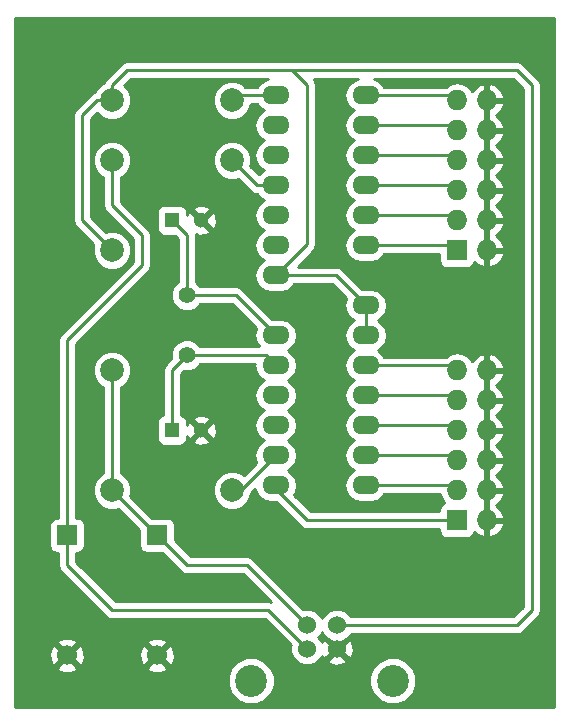
<source format=gbl>
G04 #@! TF.FileFunction,Copper,L2,Bot,Signal*
%FSLAX46Y46*%
G04 Gerber Fmt 4.6, Leading zero omitted, Abs format (unit mm)*
G04 Created by KiCad (PCBNEW (2015-09-02 BZR 6149)-product) date Saturday, 26 September 2015 14:16:23*
%MOMM*%
G01*
G04 APERTURE LIST*
%ADD10C,0.100000*%
%ADD11R,1.300000X1.300000*%
%ADD12C,1.300000*%
%ADD13C,1.699260*%
%ADD14R,1.699260X1.699260*%
%ADD15O,2.300000X1.600000*%
%ADD16R,1.727200X1.727200*%
%ADD17O,1.727200X1.727200*%
%ADD18C,1.998980*%
%ADD19C,1.422400*%
%ADD20C,1.524000*%
%ADD21C,2.700020*%
%ADD22C,0.250000*%
%ADD23C,0.254000*%
G04 APERTURE END LIST*
D10*
D11*
X139700000Y-133350000D03*
D12*
X142200000Y-133350000D03*
D11*
X139700000Y-115570000D03*
D12*
X142200000Y-115570000D03*
D13*
X130812540Y-152400520D03*
D14*
X130812540Y-142240520D03*
D13*
X138432540Y-152400520D03*
D14*
X138432540Y-142240520D03*
D15*
X148501100Y-105003600D03*
X148501100Y-107543600D03*
X148501100Y-110083600D03*
X148501100Y-112623600D03*
X148501100Y-115163600D03*
X148501100Y-117703600D03*
X148501100Y-120243600D03*
X148501100Y-122783600D03*
X148501100Y-125323600D03*
X148501100Y-127863600D03*
X148501100Y-130403600D03*
X148501100Y-132943600D03*
X148501100Y-135483600D03*
X148501100Y-138023600D03*
X156121100Y-138023600D03*
X156121100Y-135483600D03*
X156121100Y-132943600D03*
X156121100Y-130403600D03*
X156121100Y-127863600D03*
X156121100Y-125323600D03*
X156121100Y-122783600D03*
X156121100Y-120243600D03*
X156121100Y-117703600D03*
X156121100Y-115163600D03*
X156121100Y-112623600D03*
X156121100Y-110083600D03*
X156121100Y-107543600D03*
X156121100Y-105003600D03*
D16*
X163830000Y-140970000D03*
D17*
X166370000Y-140970000D03*
X163830000Y-138430000D03*
X166370000Y-138430000D03*
X163830000Y-135890000D03*
X166370000Y-135890000D03*
X163830000Y-133350000D03*
X166370000Y-133350000D03*
X163830000Y-130810000D03*
X166370000Y-130810000D03*
X163830000Y-128270000D03*
X166370000Y-128270000D03*
D16*
X163830000Y-118110000D03*
D17*
X166370000Y-118110000D03*
X163830000Y-115570000D03*
X166370000Y-115570000D03*
X163830000Y-113030000D03*
X166370000Y-113030000D03*
X163830000Y-110490000D03*
X166370000Y-110490000D03*
X163830000Y-107950000D03*
X166370000Y-107950000D03*
X163830000Y-105410000D03*
X166370000Y-105410000D03*
D18*
X134620000Y-138430000D03*
X144780000Y-138430000D03*
X134620000Y-110490000D03*
X144780000Y-110490000D03*
X134620000Y-118110000D03*
X134620000Y-128270000D03*
X144780000Y-105410000D03*
X134620000Y-105410000D03*
D19*
X140970000Y-127000000D03*
X140970000Y-121920000D03*
D20*
X151130000Y-149860000D03*
X153670000Y-149860000D03*
X153670000Y-151858980D03*
X151130000Y-151858980D03*
D21*
X146400520Y-154559000D03*
X158399480Y-154559000D03*
D22*
X139700000Y-133350000D02*
X139700000Y-128270000D01*
X139700000Y-128270000D02*
X140970000Y-127000000D01*
X140970000Y-127000000D02*
X147637500Y-127000000D01*
X147637500Y-127000000D02*
X148501100Y-127863600D01*
X142200000Y-115570000D02*
X142200000Y-115530000D01*
X140970000Y-121920000D02*
X140970000Y-116840000D01*
X140970000Y-116840000D02*
X139700000Y-115570000D01*
X140970000Y-121920000D02*
X145097500Y-121920000D01*
X145097500Y-121920000D02*
X148501100Y-125323600D01*
X130812540Y-142240520D02*
X130812540Y-144782540D01*
X147861020Y-148590000D02*
X151130000Y-151858980D01*
X134620000Y-148590000D02*
X147861020Y-148590000D01*
X130812540Y-144782540D02*
X134620000Y-148590000D01*
X130812540Y-142240520D02*
X130812540Y-125727460D01*
X134620000Y-114300000D02*
X137160000Y-116840000D01*
X137160000Y-116840000D02*
X137160000Y-119380000D01*
X137160000Y-119380000D02*
X130812540Y-125727460D01*
X134620000Y-114300000D02*
X134620000Y-110490000D01*
X151130000Y-149860000D02*
X146050000Y-144780000D01*
X140970000Y-144780000D02*
X138432540Y-142242540D01*
X146050000Y-144780000D02*
X140970000Y-144780000D01*
X138432540Y-142242540D02*
X138432540Y-142240520D01*
X134620000Y-138430000D02*
X134622020Y-138430000D01*
X134622020Y-138430000D02*
X138432540Y-142240520D01*
X134620000Y-138430000D02*
X134620000Y-128270000D01*
X148501100Y-105003600D02*
X145186400Y-105003600D01*
X145186400Y-105003600D02*
X144780000Y-105410000D01*
X148501100Y-112623600D02*
X146913600Y-112623600D01*
X146913600Y-112623600D02*
X144780000Y-110490000D01*
X149860000Y-102870000D02*
X168910000Y-102870000D01*
X168910000Y-149860000D02*
X153670000Y-149860000D01*
X170180000Y-148590000D02*
X168910000Y-149860000D01*
X170180000Y-104140000D02*
X170180000Y-148590000D01*
X168910000Y-102870000D02*
X170180000Y-104140000D01*
X148501100Y-120243600D02*
X153581100Y-120243600D01*
X153581100Y-120243600D02*
X156121100Y-122783600D01*
X156121100Y-122783600D02*
X156121100Y-125323600D01*
X134620000Y-105410000D02*
X134620000Y-104140000D01*
X151130000Y-117614700D02*
X148501100Y-120243600D01*
X151130000Y-104140000D02*
X151130000Y-117614700D01*
X149860000Y-102870000D02*
X151130000Y-104140000D01*
X135890000Y-102870000D02*
X149860000Y-102870000D01*
X134620000Y-104140000D02*
X135890000Y-102870000D01*
X134620000Y-105410000D02*
X133350000Y-105410000D01*
X132080000Y-115570000D02*
X134620000Y-118110000D01*
X132080000Y-106680000D02*
X132080000Y-115570000D01*
X133350000Y-105410000D02*
X132080000Y-106680000D01*
X144780000Y-138430000D02*
X145554700Y-138430000D01*
X145554700Y-138430000D02*
X148501100Y-135483600D01*
X148094700Y-135890000D02*
X148501100Y-135483600D01*
X148501100Y-138023600D02*
X148501100Y-138341100D01*
X148501100Y-138341100D02*
X151130000Y-140970000D01*
X151130000Y-140970000D02*
X163830000Y-140970000D01*
X156121100Y-138023600D02*
X163423600Y-138023600D01*
X163423600Y-138023600D02*
X163830000Y-138430000D01*
X156121100Y-135483600D02*
X163423600Y-135483600D01*
X163423600Y-135483600D02*
X163830000Y-135890000D01*
X156121100Y-132943600D02*
X163423600Y-132943600D01*
X163423600Y-132943600D02*
X163830000Y-133350000D01*
X156121100Y-130403600D02*
X163423600Y-130403600D01*
X163423600Y-130403600D02*
X163830000Y-130810000D01*
X156121100Y-127863600D02*
X163423600Y-127863600D01*
X163423600Y-127863600D02*
X163830000Y-128270000D01*
X156121100Y-117703600D02*
X163423600Y-117703600D01*
X163423600Y-117703600D02*
X163830000Y-118110000D01*
X156121100Y-115163600D02*
X163423600Y-115163600D01*
X163423600Y-115163600D02*
X163830000Y-115570000D01*
X156121100Y-112623600D02*
X163423600Y-112623600D01*
X163423600Y-112623600D02*
X163830000Y-113030000D01*
X156121100Y-110083600D02*
X163423600Y-110083600D01*
X163423600Y-110083600D02*
X163830000Y-110490000D01*
X156121100Y-107543600D02*
X163423600Y-107543600D01*
X163423600Y-107543600D02*
X163830000Y-107950000D01*
X156121100Y-105003600D02*
X163423600Y-105003600D01*
X163423600Y-105003600D02*
X163830000Y-105410000D01*
D23*
G36*
X172035000Y-156795000D02*
X126415000Y-156795000D01*
X126415000Y-154952111D01*
X144415166Y-154952111D01*
X144716729Y-155681949D01*
X145274634Y-156240829D01*
X146003945Y-156543665D01*
X146793631Y-156544354D01*
X147523469Y-156242791D01*
X148082349Y-155684886D01*
X148385185Y-154955575D01*
X148385188Y-154952111D01*
X156414126Y-154952111D01*
X156715689Y-155681949D01*
X157273594Y-156240829D01*
X158002905Y-156543665D01*
X158792591Y-156544354D01*
X159522429Y-156242791D01*
X160081309Y-155684886D01*
X160384145Y-154955575D01*
X160384834Y-154165889D01*
X160083271Y-153436051D01*
X159525366Y-152877171D01*
X158796055Y-152574335D01*
X158006369Y-152573646D01*
X157276531Y-152875209D01*
X156717651Y-153433114D01*
X156414815Y-154162425D01*
X156414126Y-154952111D01*
X148385188Y-154952111D01*
X148385874Y-154165889D01*
X148084311Y-153436051D01*
X147526406Y-152877171D01*
X146797095Y-152574335D01*
X146007409Y-152573646D01*
X145277571Y-152875209D01*
X144718691Y-153433114D01*
X144415855Y-154162425D01*
X144415166Y-154952111D01*
X126415000Y-154952111D01*
X126415000Y-153444210D01*
X129948455Y-153444210D01*
X130028682Y-153695473D01*
X130583907Y-153896870D01*
X131173939Y-153870461D01*
X131596398Y-153695473D01*
X131676625Y-153444210D01*
X137568455Y-153444210D01*
X137648682Y-153695473D01*
X138203907Y-153896870D01*
X138793939Y-153870461D01*
X139216398Y-153695473D01*
X139296625Y-153444210D01*
X138432540Y-152580125D01*
X137568455Y-153444210D01*
X131676625Y-153444210D01*
X130812540Y-152580125D01*
X129948455Y-153444210D01*
X126415000Y-153444210D01*
X126415000Y-152171887D01*
X129316190Y-152171887D01*
X129342599Y-152761919D01*
X129517587Y-153184378D01*
X129768850Y-153264605D01*
X130632935Y-152400520D01*
X130992145Y-152400520D01*
X131856230Y-153264605D01*
X132107493Y-153184378D01*
X132308890Y-152629153D01*
X132288424Y-152171887D01*
X136936190Y-152171887D01*
X136962599Y-152761919D01*
X137137587Y-153184378D01*
X137388850Y-153264605D01*
X138252935Y-152400520D01*
X138612145Y-152400520D01*
X139476230Y-153264605D01*
X139727493Y-153184378D01*
X139928890Y-152629153D01*
X139902481Y-152039121D01*
X139727493Y-151616662D01*
X139476230Y-151536435D01*
X138612145Y-152400520D01*
X138252935Y-152400520D01*
X137388850Y-151536435D01*
X137137587Y-151616662D01*
X136936190Y-152171887D01*
X132288424Y-152171887D01*
X132282481Y-152039121D01*
X132107493Y-151616662D01*
X131856230Y-151536435D01*
X130992145Y-152400520D01*
X130632935Y-152400520D01*
X129768850Y-151536435D01*
X129517587Y-151616662D01*
X129316190Y-152171887D01*
X126415000Y-152171887D01*
X126415000Y-151356830D01*
X129948455Y-151356830D01*
X130812540Y-152220915D01*
X131676625Y-151356830D01*
X137568455Y-151356830D01*
X138432540Y-152220915D01*
X139296625Y-151356830D01*
X139216398Y-151105567D01*
X138661173Y-150904170D01*
X138071141Y-150930579D01*
X137648682Y-151105567D01*
X137568455Y-151356830D01*
X131676625Y-151356830D01*
X131596398Y-151105567D01*
X131041173Y-150904170D01*
X130451141Y-150930579D01*
X130028682Y-151105567D01*
X129948455Y-151356830D01*
X126415000Y-151356830D01*
X126415000Y-141390890D01*
X129315470Y-141390890D01*
X129315470Y-143090150D01*
X129359748Y-143325467D01*
X129498820Y-143541591D01*
X129711020Y-143686581D01*
X129962910Y-143737590D01*
X130052540Y-143737590D01*
X130052540Y-144782540D01*
X130110392Y-145073379D01*
X130275139Y-145319941D01*
X134082599Y-149127401D01*
X134329161Y-149292148D01*
X134620000Y-149350000D01*
X147546218Y-149350000D01*
X149745817Y-151549599D01*
X149733243Y-151579880D01*
X149732758Y-152135641D01*
X149944990Y-152649283D01*
X150337630Y-153042609D01*
X150850900Y-153255737D01*
X151406661Y-153256222D01*
X151920303Y-153043990D01*
X152125457Y-152839193D01*
X152869392Y-152839193D01*
X152938857Y-153081377D01*
X153462302Y-153268124D01*
X154017368Y-153240342D01*
X154401143Y-153081377D01*
X154470608Y-152839193D01*
X153670000Y-152038585D01*
X152869392Y-152839193D01*
X152125457Y-152839193D01*
X152313629Y-152651350D01*
X152393395Y-152459253D01*
X152447603Y-152590123D01*
X152689787Y-152659588D01*
X153490395Y-151858980D01*
X153849605Y-151858980D01*
X154650213Y-152659588D01*
X154892397Y-152590123D01*
X155079144Y-152066678D01*
X155051362Y-151511612D01*
X154892397Y-151127837D01*
X154650213Y-151058372D01*
X153849605Y-151858980D01*
X153490395Y-151858980D01*
X152689787Y-151058372D01*
X152447603Y-151127837D01*
X152397491Y-151268298D01*
X152315010Y-151068677D01*
X152106168Y-150859470D01*
X152313629Y-150652370D01*
X152399949Y-150444488D01*
X152484990Y-150650303D01*
X152877630Y-151043629D01*
X153145471Y-151154846D01*
X153670000Y-151679375D01*
X154194564Y-151154811D01*
X154460303Y-151045010D01*
X154853629Y-150652370D01*
X154867070Y-150620000D01*
X168910000Y-150620000D01*
X169200839Y-150562148D01*
X169447401Y-150397401D01*
X170717401Y-149127401D01*
X170882148Y-148880840D01*
X170940000Y-148590000D01*
X170940000Y-104140000D01*
X170911379Y-103996115D01*
X170882148Y-103849160D01*
X170717401Y-103602599D01*
X169447401Y-102332599D01*
X169200839Y-102167852D01*
X168910000Y-102110000D01*
X135890000Y-102110000D01*
X135599160Y-102167852D01*
X135352599Y-102332599D01*
X134082599Y-103602599D01*
X133917852Y-103849161D01*
X133899985Y-103938982D01*
X133695345Y-104023538D01*
X133235154Y-104482927D01*
X133149193Y-104689943D01*
X133059160Y-104707852D01*
X132812599Y-104872599D01*
X131542599Y-106142599D01*
X131377852Y-106389161D01*
X131320000Y-106680000D01*
X131320000Y-115570000D01*
X131377852Y-115860839D01*
X131542599Y-116107401D01*
X133054115Y-117618917D01*
X132985794Y-117783453D01*
X132985226Y-118433694D01*
X133233538Y-119034655D01*
X133692927Y-119494846D01*
X134293453Y-119744206D01*
X134943694Y-119744774D01*
X135544655Y-119496462D01*
X136004846Y-119037073D01*
X136254206Y-118436547D01*
X136254774Y-117786306D01*
X136006462Y-117185345D01*
X135547073Y-116725154D01*
X134946547Y-116475794D01*
X134296306Y-116475226D01*
X134129111Y-116544309D01*
X132840000Y-115255198D01*
X132840000Y-106994802D01*
X133366726Y-106468076D01*
X133692927Y-106794846D01*
X134293453Y-107044206D01*
X134943694Y-107044774D01*
X135544655Y-106796462D01*
X136004846Y-106337073D01*
X136254206Y-105736547D01*
X136254774Y-105086306D01*
X136006462Y-104485345D01*
X135678246Y-104156556D01*
X136204802Y-103630000D01*
X147807452Y-103630000D01*
X147566979Y-103677833D01*
X147101432Y-103988902D01*
X146931248Y-104243600D01*
X145925138Y-104243600D01*
X145707073Y-104025154D01*
X145106547Y-103775794D01*
X144456306Y-103775226D01*
X143855345Y-104023538D01*
X143395154Y-104482927D01*
X143145794Y-105083453D01*
X143145226Y-105733694D01*
X143393538Y-106334655D01*
X143852927Y-106794846D01*
X144453453Y-107044206D01*
X145103694Y-107044774D01*
X145704655Y-106796462D01*
X146164846Y-106337073D01*
X146402973Y-105763600D01*
X146931248Y-105763600D01*
X147101432Y-106018298D01*
X147483518Y-106273600D01*
X147101432Y-106528902D01*
X146790363Y-106994449D01*
X146681130Y-107543600D01*
X146790363Y-108092751D01*
X147101432Y-108558298D01*
X147483518Y-108813600D01*
X147101432Y-109068902D01*
X146790363Y-109534449D01*
X146681130Y-110083600D01*
X146790363Y-110632751D01*
X147101432Y-111098298D01*
X147483518Y-111353600D01*
X147101432Y-111608902D01*
X147050271Y-111685469D01*
X146345885Y-110981083D01*
X146414206Y-110816547D01*
X146414774Y-110166306D01*
X146166462Y-109565345D01*
X145707073Y-109105154D01*
X145106547Y-108855794D01*
X144456306Y-108855226D01*
X143855345Y-109103538D01*
X143395154Y-109562927D01*
X143145794Y-110163453D01*
X143145226Y-110813694D01*
X143393538Y-111414655D01*
X143852927Y-111874846D01*
X144453453Y-112124206D01*
X145103694Y-112124774D01*
X145270889Y-112055691D01*
X146376199Y-113161001D01*
X146622761Y-113325748D01*
X146913600Y-113383600D01*
X146931248Y-113383600D01*
X147101432Y-113638298D01*
X147483518Y-113893600D01*
X147101432Y-114148902D01*
X146790363Y-114614449D01*
X146681130Y-115163600D01*
X146790363Y-115712751D01*
X147101432Y-116178298D01*
X147483518Y-116433600D01*
X147101432Y-116688902D01*
X146790363Y-117154449D01*
X146681130Y-117703600D01*
X146790363Y-118252751D01*
X147101432Y-118718298D01*
X147483518Y-118973600D01*
X147101432Y-119228902D01*
X146790363Y-119694449D01*
X146681130Y-120243600D01*
X146790363Y-120792751D01*
X147101432Y-121258298D01*
X147566979Y-121569367D01*
X148116130Y-121678600D01*
X148886070Y-121678600D01*
X149435221Y-121569367D01*
X149900768Y-121258298D01*
X150070952Y-121003600D01*
X153266298Y-121003600D01*
X154445124Y-122182426D01*
X154410363Y-122234449D01*
X154301130Y-122783600D01*
X154410363Y-123332751D01*
X154721432Y-123798298D01*
X155103518Y-124053600D01*
X154721432Y-124308902D01*
X154410363Y-124774449D01*
X154301130Y-125323600D01*
X154410363Y-125872751D01*
X154721432Y-126338298D01*
X155103518Y-126593600D01*
X154721432Y-126848902D01*
X154410363Y-127314449D01*
X154301130Y-127863600D01*
X154410363Y-128412751D01*
X154721432Y-128878298D01*
X155103518Y-129133600D01*
X154721432Y-129388902D01*
X154410363Y-129854449D01*
X154301130Y-130403600D01*
X154410363Y-130952751D01*
X154721432Y-131418298D01*
X155103518Y-131673600D01*
X154721432Y-131928902D01*
X154410363Y-132394449D01*
X154301130Y-132943600D01*
X154410363Y-133492751D01*
X154721432Y-133958298D01*
X155103518Y-134213600D01*
X154721432Y-134468902D01*
X154410363Y-134934449D01*
X154301130Y-135483600D01*
X154410363Y-136032751D01*
X154721432Y-136498298D01*
X155103518Y-136753600D01*
X154721432Y-137008902D01*
X154410363Y-137474449D01*
X154301130Y-138023600D01*
X154410363Y-138572751D01*
X154721432Y-139038298D01*
X155186979Y-139349367D01*
X155736130Y-139458600D01*
X156506070Y-139458600D01*
X157055221Y-139349367D01*
X157520768Y-139038298D01*
X157690952Y-138783600D01*
X162395896Y-138783600D01*
X162445474Y-139032848D01*
X162756574Y-139498442D01*
X162731083Y-139503238D01*
X162514959Y-139642310D01*
X162369969Y-139854510D01*
X162318960Y-140106400D01*
X162318960Y-140210000D01*
X151444802Y-140210000D01*
X150049903Y-138815101D01*
X150211837Y-138572751D01*
X150321070Y-138023600D01*
X150211837Y-137474449D01*
X149900768Y-137008902D01*
X149518682Y-136753600D01*
X149900768Y-136498298D01*
X150211837Y-136032751D01*
X150321070Y-135483600D01*
X150211837Y-134934449D01*
X149900768Y-134468902D01*
X149518682Y-134213600D01*
X149900768Y-133958298D01*
X150211837Y-133492751D01*
X150321070Y-132943600D01*
X150211837Y-132394449D01*
X149900768Y-131928902D01*
X149518682Y-131673600D01*
X149900768Y-131418298D01*
X150211837Y-130952751D01*
X150321070Y-130403600D01*
X150211837Y-129854449D01*
X149900768Y-129388902D01*
X149518682Y-129133600D01*
X149900768Y-128878298D01*
X150211837Y-128412751D01*
X150321070Y-127863600D01*
X150211837Y-127314449D01*
X149900768Y-126848902D01*
X149518682Y-126593600D01*
X149900768Y-126338298D01*
X150211837Y-125872751D01*
X150321070Y-125323600D01*
X150211837Y-124774449D01*
X149900768Y-124308902D01*
X149435221Y-123997833D01*
X148886070Y-123888600D01*
X148140902Y-123888600D01*
X145634901Y-121382599D01*
X145388339Y-121217852D01*
X145097500Y-121160000D01*
X142112566Y-121160000D01*
X142111919Y-121158435D01*
X141733557Y-120779412D01*
X141730000Y-120777935D01*
X141730000Y-116840000D01*
X141714405Y-116761599D01*
X142019078Y-116867622D01*
X142529428Y-116838083D01*
X142863729Y-116699611D01*
X142919410Y-116469016D01*
X142200000Y-115749605D01*
X142185858Y-115763748D01*
X142006252Y-115584142D01*
X142020395Y-115570000D01*
X142379605Y-115570000D01*
X143099016Y-116289410D01*
X143329611Y-116233729D01*
X143497622Y-115750922D01*
X143468083Y-115240572D01*
X143329611Y-114906271D01*
X143099016Y-114850590D01*
X142379605Y-115570000D01*
X142020395Y-115570000D01*
X141300984Y-114850590D01*
X141070389Y-114906271D01*
X140997440Y-115115902D01*
X140997440Y-114920000D01*
X140953162Y-114684683D01*
X140944347Y-114670984D01*
X141480590Y-114670984D01*
X142200000Y-115390395D01*
X142919410Y-114670984D01*
X142863729Y-114440389D01*
X142380922Y-114272378D01*
X141870572Y-114301917D01*
X141536271Y-114440389D01*
X141480590Y-114670984D01*
X140944347Y-114670984D01*
X140814090Y-114468559D01*
X140601890Y-114323569D01*
X140350000Y-114272560D01*
X139050000Y-114272560D01*
X138814683Y-114316838D01*
X138598559Y-114455910D01*
X138453569Y-114668110D01*
X138402560Y-114920000D01*
X138402560Y-116220000D01*
X138446838Y-116455317D01*
X138585910Y-116671441D01*
X138798110Y-116816431D01*
X139050000Y-116867440D01*
X139922638Y-116867440D01*
X140210000Y-117154802D01*
X140210000Y-120777434D01*
X140208435Y-120778081D01*
X139829412Y-121156443D01*
X139624034Y-121651049D01*
X139623566Y-122186601D01*
X139828081Y-122681565D01*
X140206443Y-123060588D01*
X140701049Y-123265966D01*
X141236601Y-123266434D01*
X141731565Y-123061919D01*
X142110588Y-122683557D01*
X142112065Y-122680000D01*
X144782698Y-122680000D01*
X146825124Y-124722426D01*
X146790363Y-124774449D01*
X146681130Y-125323600D01*
X146790363Y-125872751D01*
X147035751Y-126240000D01*
X142112566Y-126240000D01*
X142111919Y-126238435D01*
X141733557Y-125859412D01*
X141238951Y-125654034D01*
X140703399Y-125653566D01*
X140208435Y-125858081D01*
X139829412Y-126236443D01*
X139624034Y-126731049D01*
X139623566Y-127266601D01*
X139625037Y-127270161D01*
X139162599Y-127732599D01*
X138997852Y-127979161D01*
X138940000Y-128270000D01*
X138940000Y-132073258D01*
X138814683Y-132096838D01*
X138598559Y-132235910D01*
X138453569Y-132448110D01*
X138402560Y-132700000D01*
X138402560Y-134000000D01*
X138446838Y-134235317D01*
X138585910Y-134451441D01*
X138798110Y-134596431D01*
X139050000Y-134647440D01*
X140350000Y-134647440D01*
X140585317Y-134603162D01*
X140801441Y-134464090D01*
X140946431Y-134251890D01*
X140947012Y-134249016D01*
X141480590Y-134249016D01*
X141536271Y-134479611D01*
X142019078Y-134647622D01*
X142529428Y-134618083D01*
X142863729Y-134479611D01*
X142919410Y-134249016D01*
X142200000Y-133529605D01*
X141480590Y-134249016D01*
X140947012Y-134249016D01*
X140997440Y-134000000D01*
X140997440Y-133837615D01*
X141070389Y-134013729D01*
X141300984Y-134069410D01*
X142020395Y-133350000D01*
X142379605Y-133350000D01*
X143099016Y-134069410D01*
X143329611Y-134013729D01*
X143497622Y-133530922D01*
X143468083Y-133020572D01*
X143329611Y-132686271D01*
X143099016Y-132630590D01*
X142379605Y-133350000D01*
X142020395Y-133350000D01*
X141300984Y-132630590D01*
X141070389Y-132686271D01*
X140997440Y-132895902D01*
X140997440Y-132700000D01*
X140953162Y-132464683D01*
X140944347Y-132450984D01*
X141480590Y-132450984D01*
X142200000Y-133170395D01*
X142919410Y-132450984D01*
X142863729Y-132220389D01*
X142380922Y-132052378D01*
X141870572Y-132081917D01*
X141536271Y-132220389D01*
X141480590Y-132450984D01*
X140944347Y-132450984D01*
X140814090Y-132248559D01*
X140601890Y-132103569D01*
X140460000Y-132074836D01*
X140460000Y-128584802D01*
X140699485Y-128345317D01*
X140701049Y-128345966D01*
X141236601Y-128346434D01*
X141731565Y-128141919D01*
X142110588Y-127763557D01*
X142112065Y-127760000D01*
X146701737Y-127760000D01*
X146681130Y-127863600D01*
X146790363Y-128412751D01*
X147101432Y-128878298D01*
X147483518Y-129133600D01*
X147101432Y-129388902D01*
X146790363Y-129854449D01*
X146681130Y-130403600D01*
X146790363Y-130952751D01*
X147101432Y-131418298D01*
X147483518Y-131673600D01*
X147101432Y-131928902D01*
X146790363Y-132394449D01*
X146681130Y-132943600D01*
X146790363Y-133492751D01*
X147101432Y-133958298D01*
X147483518Y-134213600D01*
X147101432Y-134468902D01*
X146790363Y-134934449D01*
X146681130Y-135483600D01*
X146790363Y-136032751D01*
X146825124Y-136084774D01*
X145785840Y-137124058D01*
X145707073Y-137045154D01*
X145106547Y-136795794D01*
X144456306Y-136795226D01*
X143855345Y-137043538D01*
X143395154Y-137502927D01*
X143145794Y-138103453D01*
X143145226Y-138753694D01*
X143393538Y-139354655D01*
X143852927Y-139814846D01*
X144453453Y-140064206D01*
X145103694Y-140064774D01*
X145704655Y-139816462D01*
X146164846Y-139357073D01*
X146414206Y-138756547D01*
X146414303Y-138645199D01*
X146739990Y-138319512D01*
X146790363Y-138572751D01*
X147101432Y-139038298D01*
X147566979Y-139349367D01*
X148116130Y-139458600D01*
X148543798Y-139458600D01*
X150592599Y-141507401D01*
X150839161Y-141672148D01*
X151130000Y-141730000D01*
X162318960Y-141730000D01*
X162318960Y-141833600D01*
X162363238Y-142068917D01*
X162502310Y-142285041D01*
X162714510Y-142430031D01*
X162966400Y-142481040D01*
X164693600Y-142481040D01*
X164928917Y-142436762D01*
X165145041Y-142297690D01*
X165290031Y-142085490D01*
X165309039Y-141991625D01*
X165595053Y-142252688D01*
X166010974Y-142424958D01*
X166243000Y-142303817D01*
X166243000Y-141097000D01*
X166497000Y-141097000D01*
X166497000Y-142303817D01*
X166729026Y-142424958D01*
X167144947Y-142252688D01*
X167576821Y-141858490D01*
X167824968Y-141329027D01*
X167704469Y-141097000D01*
X166497000Y-141097000D01*
X166243000Y-141097000D01*
X166223000Y-141097000D01*
X166223000Y-140843000D01*
X166243000Y-140843000D01*
X166243000Y-138557000D01*
X166497000Y-138557000D01*
X166497000Y-140843000D01*
X167704469Y-140843000D01*
X167824968Y-140610973D01*
X167576821Y-140081510D01*
X167158848Y-139700000D01*
X167576821Y-139318490D01*
X167824968Y-138789027D01*
X167704469Y-138557000D01*
X166497000Y-138557000D01*
X166243000Y-138557000D01*
X166223000Y-138557000D01*
X166223000Y-138303000D01*
X166243000Y-138303000D01*
X166243000Y-136017000D01*
X166497000Y-136017000D01*
X166497000Y-138303000D01*
X167704469Y-138303000D01*
X167824968Y-138070973D01*
X167576821Y-137541510D01*
X167158848Y-137160000D01*
X167576821Y-136778490D01*
X167824968Y-136249027D01*
X167704469Y-136017000D01*
X166497000Y-136017000D01*
X166243000Y-136017000D01*
X166223000Y-136017000D01*
X166223000Y-135763000D01*
X166243000Y-135763000D01*
X166243000Y-133477000D01*
X166497000Y-133477000D01*
X166497000Y-135763000D01*
X167704469Y-135763000D01*
X167824968Y-135530973D01*
X167576821Y-135001510D01*
X167158848Y-134620000D01*
X167576821Y-134238490D01*
X167824968Y-133709027D01*
X167704469Y-133477000D01*
X166497000Y-133477000D01*
X166243000Y-133477000D01*
X166223000Y-133477000D01*
X166223000Y-133223000D01*
X166243000Y-133223000D01*
X166243000Y-130937000D01*
X166497000Y-130937000D01*
X166497000Y-133223000D01*
X167704469Y-133223000D01*
X167824968Y-132990973D01*
X167576821Y-132461510D01*
X167158848Y-132080000D01*
X167576821Y-131698490D01*
X167824968Y-131169027D01*
X167704469Y-130937000D01*
X166497000Y-130937000D01*
X166243000Y-130937000D01*
X166223000Y-130937000D01*
X166223000Y-130683000D01*
X166243000Y-130683000D01*
X166243000Y-128397000D01*
X166497000Y-128397000D01*
X166497000Y-130683000D01*
X167704469Y-130683000D01*
X167824968Y-130450973D01*
X167576821Y-129921510D01*
X167158848Y-129540000D01*
X167576821Y-129158490D01*
X167824968Y-128629027D01*
X167704469Y-128397000D01*
X166497000Y-128397000D01*
X166243000Y-128397000D01*
X166223000Y-128397000D01*
X166223000Y-128143000D01*
X166243000Y-128143000D01*
X166243000Y-126936183D01*
X166497000Y-126936183D01*
X166497000Y-128143000D01*
X167704469Y-128143000D01*
X167824968Y-127910973D01*
X167576821Y-127381510D01*
X167144947Y-126987312D01*
X166729026Y-126815042D01*
X166497000Y-126936183D01*
X166243000Y-126936183D01*
X166010974Y-126815042D01*
X165595053Y-126987312D01*
X165163179Y-127381510D01*
X165105664Y-127504228D01*
X164889670Y-127180971D01*
X164403489Y-126856115D01*
X163830000Y-126742041D01*
X163256511Y-126856115D01*
X162886124Y-127103600D01*
X157690952Y-127103600D01*
X157520768Y-126848902D01*
X157138682Y-126593600D01*
X157520768Y-126338298D01*
X157831837Y-125872751D01*
X157941070Y-125323600D01*
X157831837Y-124774449D01*
X157520768Y-124308902D01*
X157138682Y-124053600D01*
X157520768Y-123798298D01*
X157831837Y-123332751D01*
X157941070Y-122783600D01*
X157831837Y-122234449D01*
X157520768Y-121768902D01*
X157055221Y-121457833D01*
X156506070Y-121348600D01*
X155760902Y-121348600D01*
X154118501Y-119706199D01*
X153871939Y-119541452D01*
X153581100Y-119483600D01*
X150335902Y-119483600D01*
X151667401Y-118152101D01*
X151832148Y-117905539D01*
X151890000Y-117614700D01*
X151890000Y-104140000D01*
X151861379Y-103996115D01*
X151832148Y-103849160D01*
X151685710Y-103630000D01*
X155427452Y-103630000D01*
X155186979Y-103677833D01*
X154721432Y-103988902D01*
X154410363Y-104454449D01*
X154301130Y-105003600D01*
X154410363Y-105552751D01*
X154721432Y-106018298D01*
X155103518Y-106273600D01*
X154721432Y-106528902D01*
X154410363Y-106994449D01*
X154301130Y-107543600D01*
X154410363Y-108092751D01*
X154721432Y-108558298D01*
X155103518Y-108813600D01*
X154721432Y-109068902D01*
X154410363Y-109534449D01*
X154301130Y-110083600D01*
X154410363Y-110632751D01*
X154721432Y-111098298D01*
X155103518Y-111353600D01*
X154721432Y-111608902D01*
X154410363Y-112074449D01*
X154301130Y-112623600D01*
X154410363Y-113172751D01*
X154721432Y-113638298D01*
X155103518Y-113893600D01*
X154721432Y-114148902D01*
X154410363Y-114614449D01*
X154301130Y-115163600D01*
X154410363Y-115712751D01*
X154721432Y-116178298D01*
X155103518Y-116433600D01*
X154721432Y-116688902D01*
X154410363Y-117154449D01*
X154301130Y-117703600D01*
X154410363Y-118252751D01*
X154721432Y-118718298D01*
X155186979Y-119029367D01*
X155736130Y-119138600D01*
X156506070Y-119138600D01*
X157055221Y-119029367D01*
X157520768Y-118718298D01*
X157690952Y-118463600D01*
X162318960Y-118463600D01*
X162318960Y-118973600D01*
X162363238Y-119208917D01*
X162502310Y-119425041D01*
X162714510Y-119570031D01*
X162966400Y-119621040D01*
X164693600Y-119621040D01*
X164928917Y-119576762D01*
X165145041Y-119437690D01*
X165290031Y-119225490D01*
X165309039Y-119131625D01*
X165595053Y-119392688D01*
X166010974Y-119564958D01*
X166243000Y-119443817D01*
X166243000Y-118237000D01*
X166497000Y-118237000D01*
X166497000Y-119443817D01*
X166729026Y-119564958D01*
X167144947Y-119392688D01*
X167576821Y-118998490D01*
X167824968Y-118469027D01*
X167704469Y-118237000D01*
X166497000Y-118237000D01*
X166243000Y-118237000D01*
X166223000Y-118237000D01*
X166223000Y-117983000D01*
X166243000Y-117983000D01*
X166243000Y-115697000D01*
X166497000Y-115697000D01*
X166497000Y-117983000D01*
X167704469Y-117983000D01*
X167824968Y-117750973D01*
X167576821Y-117221510D01*
X167158848Y-116840000D01*
X167576821Y-116458490D01*
X167824968Y-115929027D01*
X167704469Y-115697000D01*
X166497000Y-115697000D01*
X166243000Y-115697000D01*
X166223000Y-115697000D01*
X166223000Y-115443000D01*
X166243000Y-115443000D01*
X166243000Y-113157000D01*
X166497000Y-113157000D01*
X166497000Y-115443000D01*
X167704469Y-115443000D01*
X167824968Y-115210973D01*
X167576821Y-114681510D01*
X167158848Y-114300000D01*
X167576821Y-113918490D01*
X167824968Y-113389027D01*
X167704469Y-113157000D01*
X166497000Y-113157000D01*
X166243000Y-113157000D01*
X166223000Y-113157000D01*
X166223000Y-112903000D01*
X166243000Y-112903000D01*
X166243000Y-110617000D01*
X166497000Y-110617000D01*
X166497000Y-112903000D01*
X167704469Y-112903000D01*
X167824968Y-112670973D01*
X167576821Y-112141510D01*
X167158848Y-111760000D01*
X167576821Y-111378490D01*
X167824968Y-110849027D01*
X167704469Y-110617000D01*
X166497000Y-110617000D01*
X166243000Y-110617000D01*
X166223000Y-110617000D01*
X166223000Y-110363000D01*
X166243000Y-110363000D01*
X166243000Y-108077000D01*
X166497000Y-108077000D01*
X166497000Y-110363000D01*
X167704469Y-110363000D01*
X167824968Y-110130973D01*
X167576821Y-109601510D01*
X167158848Y-109220000D01*
X167576821Y-108838490D01*
X167824968Y-108309027D01*
X167704469Y-108077000D01*
X166497000Y-108077000D01*
X166243000Y-108077000D01*
X166223000Y-108077000D01*
X166223000Y-107823000D01*
X166243000Y-107823000D01*
X166243000Y-105537000D01*
X166497000Y-105537000D01*
X166497000Y-107823000D01*
X167704469Y-107823000D01*
X167824968Y-107590973D01*
X167576821Y-107061510D01*
X167158848Y-106680000D01*
X167576821Y-106298490D01*
X167824968Y-105769027D01*
X167704469Y-105537000D01*
X166497000Y-105537000D01*
X166243000Y-105537000D01*
X166223000Y-105537000D01*
X166223000Y-105283000D01*
X166243000Y-105283000D01*
X166243000Y-104076183D01*
X166497000Y-104076183D01*
X166497000Y-105283000D01*
X167704469Y-105283000D01*
X167824968Y-105050973D01*
X167576821Y-104521510D01*
X167144947Y-104127312D01*
X166729026Y-103955042D01*
X166497000Y-104076183D01*
X166243000Y-104076183D01*
X166010974Y-103955042D01*
X165595053Y-104127312D01*
X165163179Y-104521510D01*
X165105664Y-104644228D01*
X164889670Y-104320971D01*
X164403489Y-103996115D01*
X163830000Y-103882041D01*
X163256511Y-103996115D01*
X162886124Y-104243600D01*
X157690952Y-104243600D01*
X157520768Y-103988902D01*
X157055221Y-103677833D01*
X156814748Y-103630000D01*
X168595198Y-103630000D01*
X169420000Y-104454802D01*
X169420000Y-148275198D01*
X168595198Y-149100000D01*
X154867531Y-149100000D01*
X154855010Y-149069697D01*
X154462370Y-148676371D01*
X153949100Y-148463243D01*
X153393339Y-148462758D01*
X152879697Y-148674990D01*
X152486371Y-149067630D01*
X152400051Y-149275512D01*
X152315010Y-149069697D01*
X151922370Y-148676371D01*
X151409100Y-148463243D01*
X150853339Y-148462758D01*
X150820945Y-148476143D01*
X146587401Y-144242599D01*
X146340839Y-144077852D01*
X146050000Y-144020000D01*
X141284802Y-144020000D01*
X139929610Y-142664808D01*
X139929610Y-141390890D01*
X139885332Y-141155573D01*
X139746260Y-140939449D01*
X139534060Y-140794459D01*
X139282170Y-140743450D01*
X138010272Y-140743450D01*
X136186477Y-138919655D01*
X136254206Y-138756547D01*
X136254774Y-138106306D01*
X136006462Y-137505345D01*
X135547073Y-137045154D01*
X135380000Y-136975779D01*
X135380000Y-129724496D01*
X135544655Y-129656462D01*
X136004846Y-129197073D01*
X136254206Y-128596547D01*
X136254774Y-127946306D01*
X136006462Y-127345345D01*
X135547073Y-126885154D01*
X134946547Y-126635794D01*
X134296306Y-126635226D01*
X133695345Y-126883538D01*
X133235154Y-127342927D01*
X132985794Y-127943453D01*
X132985226Y-128593694D01*
X133233538Y-129194655D01*
X133692927Y-129654846D01*
X133860000Y-129724221D01*
X133860000Y-136975504D01*
X133695345Y-137043538D01*
X133235154Y-137502927D01*
X132985794Y-138103453D01*
X132985226Y-138753694D01*
X133233538Y-139354655D01*
X133692927Y-139814846D01*
X134293453Y-140064206D01*
X134943694Y-140064774D01*
X135112318Y-139995100D01*
X136935470Y-141818252D01*
X136935470Y-143090150D01*
X136979748Y-143325467D01*
X137118820Y-143541591D01*
X137331020Y-143686581D01*
X137582910Y-143737590D01*
X138852788Y-143737590D01*
X140432599Y-145317401D01*
X140679160Y-145482148D01*
X140970000Y-145540000D01*
X145735198Y-145540000D01*
X148065964Y-147870766D01*
X147861020Y-147830000D01*
X134934802Y-147830000D01*
X131572540Y-144467738D01*
X131572540Y-143737590D01*
X131662170Y-143737590D01*
X131897487Y-143693312D01*
X132113611Y-143554240D01*
X132258601Y-143342040D01*
X132309610Y-143090150D01*
X132309610Y-141390890D01*
X132265332Y-141155573D01*
X132126260Y-140939449D01*
X131914060Y-140794459D01*
X131662170Y-140743450D01*
X131572540Y-140743450D01*
X131572540Y-126042262D01*
X137697401Y-119917401D01*
X137862148Y-119670839D01*
X137920000Y-119380000D01*
X137920000Y-116840000D01*
X137862148Y-116549161D01*
X137862148Y-116549160D01*
X137697401Y-116302599D01*
X135380000Y-113985198D01*
X135380000Y-111944496D01*
X135544655Y-111876462D01*
X136004846Y-111417073D01*
X136254206Y-110816547D01*
X136254774Y-110166306D01*
X136006462Y-109565345D01*
X135547073Y-109105154D01*
X134946547Y-108855794D01*
X134296306Y-108855226D01*
X133695345Y-109103538D01*
X133235154Y-109562927D01*
X132985794Y-110163453D01*
X132985226Y-110813694D01*
X133233538Y-111414655D01*
X133692927Y-111874846D01*
X133860000Y-111944221D01*
X133860000Y-114300000D01*
X133917852Y-114590839D01*
X134082599Y-114837401D01*
X136400000Y-117154802D01*
X136400000Y-119065198D01*
X130275139Y-125190059D01*
X130110392Y-125436621D01*
X130052540Y-125727460D01*
X130052540Y-140743450D01*
X129962910Y-140743450D01*
X129727593Y-140787728D01*
X129511469Y-140926800D01*
X129366479Y-141139000D01*
X129315470Y-141390890D01*
X126415000Y-141390890D01*
X126415000Y-98475000D01*
X172035000Y-98475000D01*
X172035000Y-156795000D01*
X172035000Y-156795000D01*
G37*
X172035000Y-156795000D02*
X126415000Y-156795000D01*
X126415000Y-154952111D01*
X144415166Y-154952111D01*
X144716729Y-155681949D01*
X145274634Y-156240829D01*
X146003945Y-156543665D01*
X146793631Y-156544354D01*
X147523469Y-156242791D01*
X148082349Y-155684886D01*
X148385185Y-154955575D01*
X148385188Y-154952111D01*
X156414126Y-154952111D01*
X156715689Y-155681949D01*
X157273594Y-156240829D01*
X158002905Y-156543665D01*
X158792591Y-156544354D01*
X159522429Y-156242791D01*
X160081309Y-155684886D01*
X160384145Y-154955575D01*
X160384834Y-154165889D01*
X160083271Y-153436051D01*
X159525366Y-152877171D01*
X158796055Y-152574335D01*
X158006369Y-152573646D01*
X157276531Y-152875209D01*
X156717651Y-153433114D01*
X156414815Y-154162425D01*
X156414126Y-154952111D01*
X148385188Y-154952111D01*
X148385874Y-154165889D01*
X148084311Y-153436051D01*
X147526406Y-152877171D01*
X146797095Y-152574335D01*
X146007409Y-152573646D01*
X145277571Y-152875209D01*
X144718691Y-153433114D01*
X144415855Y-154162425D01*
X144415166Y-154952111D01*
X126415000Y-154952111D01*
X126415000Y-153444210D01*
X129948455Y-153444210D01*
X130028682Y-153695473D01*
X130583907Y-153896870D01*
X131173939Y-153870461D01*
X131596398Y-153695473D01*
X131676625Y-153444210D01*
X137568455Y-153444210D01*
X137648682Y-153695473D01*
X138203907Y-153896870D01*
X138793939Y-153870461D01*
X139216398Y-153695473D01*
X139296625Y-153444210D01*
X138432540Y-152580125D01*
X137568455Y-153444210D01*
X131676625Y-153444210D01*
X130812540Y-152580125D01*
X129948455Y-153444210D01*
X126415000Y-153444210D01*
X126415000Y-152171887D01*
X129316190Y-152171887D01*
X129342599Y-152761919D01*
X129517587Y-153184378D01*
X129768850Y-153264605D01*
X130632935Y-152400520D01*
X130992145Y-152400520D01*
X131856230Y-153264605D01*
X132107493Y-153184378D01*
X132308890Y-152629153D01*
X132288424Y-152171887D01*
X136936190Y-152171887D01*
X136962599Y-152761919D01*
X137137587Y-153184378D01*
X137388850Y-153264605D01*
X138252935Y-152400520D01*
X138612145Y-152400520D01*
X139476230Y-153264605D01*
X139727493Y-153184378D01*
X139928890Y-152629153D01*
X139902481Y-152039121D01*
X139727493Y-151616662D01*
X139476230Y-151536435D01*
X138612145Y-152400520D01*
X138252935Y-152400520D01*
X137388850Y-151536435D01*
X137137587Y-151616662D01*
X136936190Y-152171887D01*
X132288424Y-152171887D01*
X132282481Y-152039121D01*
X132107493Y-151616662D01*
X131856230Y-151536435D01*
X130992145Y-152400520D01*
X130632935Y-152400520D01*
X129768850Y-151536435D01*
X129517587Y-151616662D01*
X129316190Y-152171887D01*
X126415000Y-152171887D01*
X126415000Y-151356830D01*
X129948455Y-151356830D01*
X130812540Y-152220915D01*
X131676625Y-151356830D01*
X137568455Y-151356830D01*
X138432540Y-152220915D01*
X139296625Y-151356830D01*
X139216398Y-151105567D01*
X138661173Y-150904170D01*
X138071141Y-150930579D01*
X137648682Y-151105567D01*
X137568455Y-151356830D01*
X131676625Y-151356830D01*
X131596398Y-151105567D01*
X131041173Y-150904170D01*
X130451141Y-150930579D01*
X130028682Y-151105567D01*
X129948455Y-151356830D01*
X126415000Y-151356830D01*
X126415000Y-141390890D01*
X129315470Y-141390890D01*
X129315470Y-143090150D01*
X129359748Y-143325467D01*
X129498820Y-143541591D01*
X129711020Y-143686581D01*
X129962910Y-143737590D01*
X130052540Y-143737590D01*
X130052540Y-144782540D01*
X130110392Y-145073379D01*
X130275139Y-145319941D01*
X134082599Y-149127401D01*
X134329161Y-149292148D01*
X134620000Y-149350000D01*
X147546218Y-149350000D01*
X149745817Y-151549599D01*
X149733243Y-151579880D01*
X149732758Y-152135641D01*
X149944990Y-152649283D01*
X150337630Y-153042609D01*
X150850900Y-153255737D01*
X151406661Y-153256222D01*
X151920303Y-153043990D01*
X152125457Y-152839193D01*
X152869392Y-152839193D01*
X152938857Y-153081377D01*
X153462302Y-153268124D01*
X154017368Y-153240342D01*
X154401143Y-153081377D01*
X154470608Y-152839193D01*
X153670000Y-152038585D01*
X152869392Y-152839193D01*
X152125457Y-152839193D01*
X152313629Y-152651350D01*
X152393395Y-152459253D01*
X152447603Y-152590123D01*
X152689787Y-152659588D01*
X153490395Y-151858980D01*
X153849605Y-151858980D01*
X154650213Y-152659588D01*
X154892397Y-152590123D01*
X155079144Y-152066678D01*
X155051362Y-151511612D01*
X154892397Y-151127837D01*
X154650213Y-151058372D01*
X153849605Y-151858980D01*
X153490395Y-151858980D01*
X152689787Y-151058372D01*
X152447603Y-151127837D01*
X152397491Y-151268298D01*
X152315010Y-151068677D01*
X152106168Y-150859470D01*
X152313629Y-150652370D01*
X152399949Y-150444488D01*
X152484990Y-150650303D01*
X152877630Y-151043629D01*
X153145471Y-151154846D01*
X153670000Y-151679375D01*
X154194564Y-151154811D01*
X154460303Y-151045010D01*
X154853629Y-150652370D01*
X154867070Y-150620000D01*
X168910000Y-150620000D01*
X169200839Y-150562148D01*
X169447401Y-150397401D01*
X170717401Y-149127401D01*
X170882148Y-148880840D01*
X170940000Y-148590000D01*
X170940000Y-104140000D01*
X170911379Y-103996115D01*
X170882148Y-103849160D01*
X170717401Y-103602599D01*
X169447401Y-102332599D01*
X169200839Y-102167852D01*
X168910000Y-102110000D01*
X135890000Y-102110000D01*
X135599160Y-102167852D01*
X135352599Y-102332599D01*
X134082599Y-103602599D01*
X133917852Y-103849161D01*
X133899985Y-103938982D01*
X133695345Y-104023538D01*
X133235154Y-104482927D01*
X133149193Y-104689943D01*
X133059160Y-104707852D01*
X132812599Y-104872599D01*
X131542599Y-106142599D01*
X131377852Y-106389161D01*
X131320000Y-106680000D01*
X131320000Y-115570000D01*
X131377852Y-115860839D01*
X131542599Y-116107401D01*
X133054115Y-117618917D01*
X132985794Y-117783453D01*
X132985226Y-118433694D01*
X133233538Y-119034655D01*
X133692927Y-119494846D01*
X134293453Y-119744206D01*
X134943694Y-119744774D01*
X135544655Y-119496462D01*
X136004846Y-119037073D01*
X136254206Y-118436547D01*
X136254774Y-117786306D01*
X136006462Y-117185345D01*
X135547073Y-116725154D01*
X134946547Y-116475794D01*
X134296306Y-116475226D01*
X134129111Y-116544309D01*
X132840000Y-115255198D01*
X132840000Y-106994802D01*
X133366726Y-106468076D01*
X133692927Y-106794846D01*
X134293453Y-107044206D01*
X134943694Y-107044774D01*
X135544655Y-106796462D01*
X136004846Y-106337073D01*
X136254206Y-105736547D01*
X136254774Y-105086306D01*
X136006462Y-104485345D01*
X135678246Y-104156556D01*
X136204802Y-103630000D01*
X147807452Y-103630000D01*
X147566979Y-103677833D01*
X147101432Y-103988902D01*
X146931248Y-104243600D01*
X145925138Y-104243600D01*
X145707073Y-104025154D01*
X145106547Y-103775794D01*
X144456306Y-103775226D01*
X143855345Y-104023538D01*
X143395154Y-104482927D01*
X143145794Y-105083453D01*
X143145226Y-105733694D01*
X143393538Y-106334655D01*
X143852927Y-106794846D01*
X144453453Y-107044206D01*
X145103694Y-107044774D01*
X145704655Y-106796462D01*
X146164846Y-106337073D01*
X146402973Y-105763600D01*
X146931248Y-105763600D01*
X147101432Y-106018298D01*
X147483518Y-106273600D01*
X147101432Y-106528902D01*
X146790363Y-106994449D01*
X146681130Y-107543600D01*
X146790363Y-108092751D01*
X147101432Y-108558298D01*
X147483518Y-108813600D01*
X147101432Y-109068902D01*
X146790363Y-109534449D01*
X146681130Y-110083600D01*
X146790363Y-110632751D01*
X147101432Y-111098298D01*
X147483518Y-111353600D01*
X147101432Y-111608902D01*
X147050271Y-111685469D01*
X146345885Y-110981083D01*
X146414206Y-110816547D01*
X146414774Y-110166306D01*
X146166462Y-109565345D01*
X145707073Y-109105154D01*
X145106547Y-108855794D01*
X144456306Y-108855226D01*
X143855345Y-109103538D01*
X143395154Y-109562927D01*
X143145794Y-110163453D01*
X143145226Y-110813694D01*
X143393538Y-111414655D01*
X143852927Y-111874846D01*
X144453453Y-112124206D01*
X145103694Y-112124774D01*
X145270889Y-112055691D01*
X146376199Y-113161001D01*
X146622761Y-113325748D01*
X146913600Y-113383600D01*
X146931248Y-113383600D01*
X147101432Y-113638298D01*
X147483518Y-113893600D01*
X147101432Y-114148902D01*
X146790363Y-114614449D01*
X146681130Y-115163600D01*
X146790363Y-115712751D01*
X147101432Y-116178298D01*
X147483518Y-116433600D01*
X147101432Y-116688902D01*
X146790363Y-117154449D01*
X146681130Y-117703600D01*
X146790363Y-118252751D01*
X147101432Y-118718298D01*
X147483518Y-118973600D01*
X147101432Y-119228902D01*
X146790363Y-119694449D01*
X146681130Y-120243600D01*
X146790363Y-120792751D01*
X147101432Y-121258298D01*
X147566979Y-121569367D01*
X148116130Y-121678600D01*
X148886070Y-121678600D01*
X149435221Y-121569367D01*
X149900768Y-121258298D01*
X150070952Y-121003600D01*
X153266298Y-121003600D01*
X154445124Y-122182426D01*
X154410363Y-122234449D01*
X154301130Y-122783600D01*
X154410363Y-123332751D01*
X154721432Y-123798298D01*
X155103518Y-124053600D01*
X154721432Y-124308902D01*
X154410363Y-124774449D01*
X154301130Y-125323600D01*
X154410363Y-125872751D01*
X154721432Y-126338298D01*
X155103518Y-126593600D01*
X154721432Y-126848902D01*
X154410363Y-127314449D01*
X154301130Y-127863600D01*
X154410363Y-128412751D01*
X154721432Y-128878298D01*
X155103518Y-129133600D01*
X154721432Y-129388902D01*
X154410363Y-129854449D01*
X154301130Y-130403600D01*
X154410363Y-130952751D01*
X154721432Y-131418298D01*
X155103518Y-131673600D01*
X154721432Y-131928902D01*
X154410363Y-132394449D01*
X154301130Y-132943600D01*
X154410363Y-133492751D01*
X154721432Y-133958298D01*
X155103518Y-134213600D01*
X154721432Y-134468902D01*
X154410363Y-134934449D01*
X154301130Y-135483600D01*
X154410363Y-136032751D01*
X154721432Y-136498298D01*
X155103518Y-136753600D01*
X154721432Y-137008902D01*
X154410363Y-137474449D01*
X154301130Y-138023600D01*
X154410363Y-138572751D01*
X154721432Y-139038298D01*
X155186979Y-139349367D01*
X155736130Y-139458600D01*
X156506070Y-139458600D01*
X157055221Y-139349367D01*
X157520768Y-139038298D01*
X157690952Y-138783600D01*
X162395896Y-138783600D01*
X162445474Y-139032848D01*
X162756574Y-139498442D01*
X162731083Y-139503238D01*
X162514959Y-139642310D01*
X162369969Y-139854510D01*
X162318960Y-140106400D01*
X162318960Y-140210000D01*
X151444802Y-140210000D01*
X150049903Y-138815101D01*
X150211837Y-138572751D01*
X150321070Y-138023600D01*
X150211837Y-137474449D01*
X149900768Y-137008902D01*
X149518682Y-136753600D01*
X149900768Y-136498298D01*
X150211837Y-136032751D01*
X150321070Y-135483600D01*
X150211837Y-134934449D01*
X149900768Y-134468902D01*
X149518682Y-134213600D01*
X149900768Y-133958298D01*
X150211837Y-133492751D01*
X150321070Y-132943600D01*
X150211837Y-132394449D01*
X149900768Y-131928902D01*
X149518682Y-131673600D01*
X149900768Y-131418298D01*
X150211837Y-130952751D01*
X150321070Y-130403600D01*
X150211837Y-129854449D01*
X149900768Y-129388902D01*
X149518682Y-129133600D01*
X149900768Y-128878298D01*
X150211837Y-128412751D01*
X150321070Y-127863600D01*
X150211837Y-127314449D01*
X149900768Y-126848902D01*
X149518682Y-126593600D01*
X149900768Y-126338298D01*
X150211837Y-125872751D01*
X150321070Y-125323600D01*
X150211837Y-124774449D01*
X149900768Y-124308902D01*
X149435221Y-123997833D01*
X148886070Y-123888600D01*
X148140902Y-123888600D01*
X145634901Y-121382599D01*
X145388339Y-121217852D01*
X145097500Y-121160000D01*
X142112566Y-121160000D01*
X142111919Y-121158435D01*
X141733557Y-120779412D01*
X141730000Y-120777935D01*
X141730000Y-116840000D01*
X141714405Y-116761599D01*
X142019078Y-116867622D01*
X142529428Y-116838083D01*
X142863729Y-116699611D01*
X142919410Y-116469016D01*
X142200000Y-115749605D01*
X142185858Y-115763748D01*
X142006252Y-115584142D01*
X142020395Y-115570000D01*
X142379605Y-115570000D01*
X143099016Y-116289410D01*
X143329611Y-116233729D01*
X143497622Y-115750922D01*
X143468083Y-115240572D01*
X143329611Y-114906271D01*
X143099016Y-114850590D01*
X142379605Y-115570000D01*
X142020395Y-115570000D01*
X141300984Y-114850590D01*
X141070389Y-114906271D01*
X140997440Y-115115902D01*
X140997440Y-114920000D01*
X140953162Y-114684683D01*
X140944347Y-114670984D01*
X141480590Y-114670984D01*
X142200000Y-115390395D01*
X142919410Y-114670984D01*
X142863729Y-114440389D01*
X142380922Y-114272378D01*
X141870572Y-114301917D01*
X141536271Y-114440389D01*
X141480590Y-114670984D01*
X140944347Y-114670984D01*
X140814090Y-114468559D01*
X140601890Y-114323569D01*
X140350000Y-114272560D01*
X139050000Y-114272560D01*
X138814683Y-114316838D01*
X138598559Y-114455910D01*
X138453569Y-114668110D01*
X138402560Y-114920000D01*
X138402560Y-116220000D01*
X138446838Y-116455317D01*
X138585910Y-116671441D01*
X138798110Y-116816431D01*
X139050000Y-116867440D01*
X139922638Y-116867440D01*
X140210000Y-117154802D01*
X140210000Y-120777434D01*
X140208435Y-120778081D01*
X139829412Y-121156443D01*
X139624034Y-121651049D01*
X139623566Y-122186601D01*
X139828081Y-122681565D01*
X140206443Y-123060588D01*
X140701049Y-123265966D01*
X141236601Y-123266434D01*
X141731565Y-123061919D01*
X142110588Y-122683557D01*
X142112065Y-122680000D01*
X144782698Y-122680000D01*
X146825124Y-124722426D01*
X146790363Y-124774449D01*
X146681130Y-125323600D01*
X146790363Y-125872751D01*
X147035751Y-126240000D01*
X142112566Y-126240000D01*
X142111919Y-126238435D01*
X141733557Y-125859412D01*
X141238951Y-125654034D01*
X140703399Y-125653566D01*
X140208435Y-125858081D01*
X139829412Y-126236443D01*
X139624034Y-126731049D01*
X139623566Y-127266601D01*
X139625037Y-127270161D01*
X139162599Y-127732599D01*
X138997852Y-127979161D01*
X138940000Y-128270000D01*
X138940000Y-132073258D01*
X138814683Y-132096838D01*
X138598559Y-132235910D01*
X138453569Y-132448110D01*
X138402560Y-132700000D01*
X138402560Y-134000000D01*
X138446838Y-134235317D01*
X138585910Y-134451441D01*
X138798110Y-134596431D01*
X139050000Y-134647440D01*
X140350000Y-134647440D01*
X140585317Y-134603162D01*
X140801441Y-134464090D01*
X140946431Y-134251890D01*
X140947012Y-134249016D01*
X141480590Y-134249016D01*
X141536271Y-134479611D01*
X142019078Y-134647622D01*
X142529428Y-134618083D01*
X142863729Y-134479611D01*
X142919410Y-134249016D01*
X142200000Y-133529605D01*
X141480590Y-134249016D01*
X140947012Y-134249016D01*
X140997440Y-134000000D01*
X140997440Y-133837615D01*
X141070389Y-134013729D01*
X141300984Y-134069410D01*
X142020395Y-133350000D01*
X142379605Y-133350000D01*
X143099016Y-134069410D01*
X143329611Y-134013729D01*
X143497622Y-133530922D01*
X143468083Y-133020572D01*
X143329611Y-132686271D01*
X143099016Y-132630590D01*
X142379605Y-133350000D01*
X142020395Y-133350000D01*
X141300984Y-132630590D01*
X141070389Y-132686271D01*
X140997440Y-132895902D01*
X140997440Y-132700000D01*
X140953162Y-132464683D01*
X140944347Y-132450984D01*
X141480590Y-132450984D01*
X142200000Y-133170395D01*
X142919410Y-132450984D01*
X142863729Y-132220389D01*
X142380922Y-132052378D01*
X141870572Y-132081917D01*
X141536271Y-132220389D01*
X141480590Y-132450984D01*
X140944347Y-132450984D01*
X140814090Y-132248559D01*
X140601890Y-132103569D01*
X140460000Y-132074836D01*
X140460000Y-128584802D01*
X140699485Y-128345317D01*
X140701049Y-128345966D01*
X141236601Y-128346434D01*
X141731565Y-128141919D01*
X142110588Y-127763557D01*
X142112065Y-127760000D01*
X146701737Y-127760000D01*
X146681130Y-127863600D01*
X146790363Y-128412751D01*
X147101432Y-128878298D01*
X147483518Y-129133600D01*
X147101432Y-129388902D01*
X146790363Y-129854449D01*
X146681130Y-130403600D01*
X146790363Y-130952751D01*
X147101432Y-131418298D01*
X147483518Y-131673600D01*
X147101432Y-131928902D01*
X146790363Y-132394449D01*
X146681130Y-132943600D01*
X146790363Y-133492751D01*
X147101432Y-133958298D01*
X147483518Y-134213600D01*
X147101432Y-134468902D01*
X146790363Y-134934449D01*
X146681130Y-135483600D01*
X146790363Y-136032751D01*
X146825124Y-136084774D01*
X145785840Y-137124058D01*
X145707073Y-137045154D01*
X145106547Y-136795794D01*
X144456306Y-136795226D01*
X143855345Y-137043538D01*
X143395154Y-137502927D01*
X143145794Y-138103453D01*
X143145226Y-138753694D01*
X143393538Y-139354655D01*
X143852927Y-139814846D01*
X144453453Y-140064206D01*
X145103694Y-140064774D01*
X145704655Y-139816462D01*
X146164846Y-139357073D01*
X146414206Y-138756547D01*
X146414303Y-138645199D01*
X146739990Y-138319512D01*
X146790363Y-138572751D01*
X147101432Y-139038298D01*
X147566979Y-139349367D01*
X148116130Y-139458600D01*
X148543798Y-139458600D01*
X150592599Y-141507401D01*
X150839161Y-141672148D01*
X151130000Y-141730000D01*
X162318960Y-141730000D01*
X162318960Y-141833600D01*
X162363238Y-142068917D01*
X162502310Y-142285041D01*
X162714510Y-142430031D01*
X162966400Y-142481040D01*
X164693600Y-142481040D01*
X164928917Y-142436762D01*
X165145041Y-142297690D01*
X165290031Y-142085490D01*
X165309039Y-141991625D01*
X165595053Y-142252688D01*
X166010974Y-142424958D01*
X166243000Y-142303817D01*
X166243000Y-141097000D01*
X166497000Y-141097000D01*
X166497000Y-142303817D01*
X166729026Y-142424958D01*
X167144947Y-142252688D01*
X167576821Y-141858490D01*
X167824968Y-141329027D01*
X167704469Y-141097000D01*
X166497000Y-141097000D01*
X166243000Y-141097000D01*
X166223000Y-141097000D01*
X166223000Y-140843000D01*
X166243000Y-140843000D01*
X166243000Y-138557000D01*
X166497000Y-138557000D01*
X166497000Y-140843000D01*
X167704469Y-140843000D01*
X167824968Y-140610973D01*
X167576821Y-140081510D01*
X167158848Y-139700000D01*
X167576821Y-139318490D01*
X167824968Y-138789027D01*
X167704469Y-138557000D01*
X166497000Y-138557000D01*
X166243000Y-138557000D01*
X166223000Y-138557000D01*
X166223000Y-138303000D01*
X166243000Y-138303000D01*
X166243000Y-136017000D01*
X166497000Y-136017000D01*
X166497000Y-138303000D01*
X167704469Y-138303000D01*
X167824968Y-138070973D01*
X167576821Y-137541510D01*
X167158848Y-137160000D01*
X167576821Y-136778490D01*
X167824968Y-136249027D01*
X167704469Y-136017000D01*
X166497000Y-136017000D01*
X166243000Y-136017000D01*
X166223000Y-136017000D01*
X166223000Y-135763000D01*
X166243000Y-135763000D01*
X166243000Y-133477000D01*
X166497000Y-133477000D01*
X166497000Y-135763000D01*
X167704469Y-135763000D01*
X167824968Y-135530973D01*
X167576821Y-135001510D01*
X167158848Y-134620000D01*
X167576821Y-134238490D01*
X167824968Y-133709027D01*
X167704469Y-133477000D01*
X166497000Y-133477000D01*
X166243000Y-133477000D01*
X166223000Y-133477000D01*
X166223000Y-133223000D01*
X166243000Y-133223000D01*
X166243000Y-130937000D01*
X166497000Y-130937000D01*
X166497000Y-133223000D01*
X167704469Y-133223000D01*
X167824968Y-132990973D01*
X167576821Y-132461510D01*
X167158848Y-132080000D01*
X167576821Y-131698490D01*
X167824968Y-131169027D01*
X167704469Y-130937000D01*
X166497000Y-130937000D01*
X166243000Y-130937000D01*
X166223000Y-130937000D01*
X166223000Y-130683000D01*
X166243000Y-130683000D01*
X166243000Y-128397000D01*
X166497000Y-128397000D01*
X166497000Y-130683000D01*
X167704469Y-130683000D01*
X167824968Y-130450973D01*
X167576821Y-129921510D01*
X167158848Y-129540000D01*
X167576821Y-129158490D01*
X167824968Y-128629027D01*
X167704469Y-128397000D01*
X166497000Y-128397000D01*
X166243000Y-128397000D01*
X166223000Y-128397000D01*
X166223000Y-128143000D01*
X166243000Y-128143000D01*
X166243000Y-126936183D01*
X166497000Y-126936183D01*
X166497000Y-128143000D01*
X167704469Y-128143000D01*
X167824968Y-127910973D01*
X167576821Y-127381510D01*
X167144947Y-126987312D01*
X166729026Y-126815042D01*
X166497000Y-126936183D01*
X166243000Y-126936183D01*
X166010974Y-126815042D01*
X165595053Y-126987312D01*
X165163179Y-127381510D01*
X165105664Y-127504228D01*
X164889670Y-127180971D01*
X164403489Y-126856115D01*
X163830000Y-126742041D01*
X163256511Y-126856115D01*
X162886124Y-127103600D01*
X157690952Y-127103600D01*
X157520768Y-126848902D01*
X157138682Y-126593600D01*
X157520768Y-126338298D01*
X157831837Y-125872751D01*
X157941070Y-125323600D01*
X157831837Y-124774449D01*
X157520768Y-124308902D01*
X157138682Y-124053600D01*
X157520768Y-123798298D01*
X157831837Y-123332751D01*
X157941070Y-122783600D01*
X157831837Y-122234449D01*
X157520768Y-121768902D01*
X157055221Y-121457833D01*
X156506070Y-121348600D01*
X155760902Y-121348600D01*
X154118501Y-119706199D01*
X153871939Y-119541452D01*
X153581100Y-119483600D01*
X150335902Y-119483600D01*
X151667401Y-118152101D01*
X151832148Y-117905539D01*
X151890000Y-117614700D01*
X151890000Y-104140000D01*
X151861379Y-103996115D01*
X151832148Y-103849160D01*
X151685710Y-103630000D01*
X155427452Y-103630000D01*
X155186979Y-103677833D01*
X154721432Y-103988902D01*
X154410363Y-104454449D01*
X154301130Y-105003600D01*
X154410363Y-105552751D01*
X154721432Y-106018298D01*
X155103518Y-106273600D01*
X154721432Y-106528902D01*
X154410363Y-106994449D01*
X154301130Y-107543600D01*
X154410363Y-108092751D01*
X154721432Y-108558298D01*
X155103518Y-108813600D01*
X154721432Y-109068902D01*
X154410363Y-109534449D01*
X154301130Y-110083600D01*
X154410363Y-110632751D01*
X154721432Y-111098298D01*
X155103518Y-111353600D01*
X154721432Y-111608902D01*
X154410363Y-112074449D01*
X154301130Y-112623600D01*
X154410363Y-113172751D01*
X154721432Y-113638298D01*
X155103518Y-113893600D01*
X154721432Y-114148902D01*
X154410363Y-114614449D01*
X154301130Y-115163600D01*
X154410363Y-115712751D01*
X154721432Y-116178298D01*
X155103518Y-116433600D01*
X154721432Y-116688902D01*
X154410363Y-117154449D01*
X154301130Y-117703600D01*
X154410363Y-118252751D01*
X154721432Y-118718298D01*
X155186979Y-119029367D01*
X155736130Y-119138600D01*
X156506070Y-119138600D01*
X157055221Y-119029367D01*
X157520768Y-118718298D01*
X157690952Y-118463600D01*
X162318960Y-118463600D01*
X162318960Y-118973600D01*
X162363238Y-119208917D01*
X162502310Y-119425041D01*
X162714510Y-119570031D01*
X162966400Y-119621040D01*
X164693600Y-119621040D01*
X164928917Y-119576762D01*
X165145041Y-119437690D01*
X165290031Y-119225490D01*
X165309039Y-119131625D01*
X165595053Y-119392688D01*
X166010974Y-119564958D01*
X166243000Y-119443817D01*
X166243000Y-118237000D01*
X166497000Y-118237000D01*
X166497000Y-119443817D01*
X166729026Y-119564958D01*
X167144947Y-119392688D01*
X167576821Y-118998490D01*
X167824968Y-118469027D01*
X167704469Y-118237000D01*
X166497000Y-118237000D01*
X166243000Y-118237000D01*
X166223000Y-118237000D01*
X166223000Y-117983000D01*
X166243000Y-117983000D01*
X166243000Y-115697000D01*
X166497000Y-115697000D01*
X166497000Y-117983000D01*
X167704469Y-117983000D01*
X167824968Y-117750973D01*
X167576821Y-117221510D01*
X167158848Y-116840000D01*
X167576821Y-116458490D01*
X167824968Y-115929027D01*
X167704469Y-115697000D01*
X166497000Y-115697000D01*
X166243000Y-115697000D01*
X166223000Y-115697000D01*
X166223000Y-115443000D01*
X166243000Y-115443000D01*
X166243000Y-113157000D01*
X166497000Y-113157000D01*
X166497000Y-115443000D01*
X167704469Y-115443000D01*
X167824968Y-115210973D01*
X167576821Y-114681510D01*
X167158848Y-114300000D01*
X167576821Y-113918490D01*
X167824968Y-113389027D01*
X167704469Y-113157000D01*
X166497000Y-113157000D01*
X166243000Y-113157000D01*
X166223000Y-113157000D01*
X166223000Y-112903000D01*
X166243000Y-112903000D01*
X166243000Y-110617000D01*
X166497000Y-110617000D01*
X166497000Y-112903000D01*
X167704469Y-112903000D01*
X167824968Y-112670973D01*
X167576821Y-112141510D01*
X167158848Y-111760000D01*
X167576821Y-111378490D01*
X167824968Y-110849027D01*
X167704469Y-110617000D01*
X166497000Y-110617000D01*
X166243000Y-110617000D01*
X166223000Y-110617000D01*
X166223000Y-110363000D01*
X166243000Y-110363000D01*
X166243000Y-108077000D01*
X166497000Y-108077000D01*
X166497000Y-110363000D01*
X167704469Y-110363000D01*
X167824968Y-110130973D01*
X167576821Y-109601510D01*
X167158848Y-109220000D01*
X167576821Y-108838490D01*
X167824968Y-108309027D01*
X167704469Y-108077000D01*
X166497000Y-108077000D01*
X166243000Y-108077000D01*
X166223000Y-108077000D01*
X166223000Y-107823000D01*
X166243000Y-107823000D01*
X166243000Y-105537000D01*
X166497000Y-105537000D01*
X166497000Y-107823000D01*
X167704469Y-107823000D01*
X167824968Y-107590973D01*
X167576821Y-107061510D01*
X167158848Y-106680000D01*
X167576821Y-106298490D01*
X167824968Y-105769027D01*
X167704469Y-105537000D01*
X166497000Y-105537000D01*
X166243000Y-105537000D01*
X166223000Y-105537000D01*
X166223000Y-105283000D01*
X166243000Y-105283000D01*
X166243000Y-104076183D01*
X166497000Y-104076183D01*
X166497000Y-105283000D01*
X167704469Y-105283000D01*
X167824968Y-105050973D01*
X167576821Y-104521510D01*
X167144947Y-104127312D01*
X166729026Y-103955042D01*
X166497000Y-104076183D01*
X166243000Y-104076183D01*
X166010974Y-103955042D01*
X165595053Y-104127312D01*
X165163179Y-104521510D01*
X165105664Y-104644228D01*
X164889670Y-104320971D01*
X164403489Y-103996115D01*
X163830000Y-103882041D01*
X163256511Y-103996115D01*
X162886124Y-104243600D01*
X157690952Y-104243600D01*
X157520768Y-103988902D01*
X157055221Y-103677833D01*
X156814748Y-103630000D01*
X168595198Y-103630000D01*
X169420000Y-104454802D01*
X169420000Y-148275198D01*
X168595198Y-149100000D01*
X154867531Y-149100000D01*
X154855010Y-149069697D01*
X154462370Y-148676371D01*
X153949100Y-148463243D01*
X153393339Y-148462758D01*
X152879697Y-148674990D01*
X152486371Y-149067630D01*
X152400051Y-149275512D01*
X152315010Y-149069697D01*
X151922370Y-148676371D01*
X151409100Y-148463243D01*
X150853339Y-148462758D01*
X150820945Y-148476143D01*
X146587401Y-144242599D01*
X146340839Y-144077852D01*
X146050000Y-144020000D01*
X141284802Y-144020000D01*
X139929610Y-142664808D01*
X139929610Y-141390890D01*
X139885332Y-141155573D01*
X139746260Y-140939449D01*
X139534060Y-140794459D01*
X139282170Y-140743450D01*
X138010272Y-140743450D01*
X136186477Y-138919655D01*
X136254206Y-138756547D01*
X136254774Y-138106306D01*
X136006462Y-137505345D01*
X135547073Y-137045154D01*
X135380000Y-136975779D01*
X135380000Y-129724496D01*
X135544655Y-129656462D01*
X136004846Y-129197073D01*
X136254206Y-128596547D01*
X136254774Y-127946306D01*
X136006462Y-127345345D01*
X135547073Y-126885154D01*
X134946547Y-126635794D01*
X134296306Y-126635226D01*
X133695345Y-126883538D01*
X133235154Y-127342927D01*
X132985794Y-127943453D01*
X132985226Y-128593694D01*
X133233538Y-129194655D01*
X133692927Y-129654846D01*
X133860000Y-129724221D01*
X133860000Y-136975504D01*
X133695345Y-137043538D01*
X133235154Y-137502927D01*
X132985794Y-138103453D01*
X132985226Y-138753694D01*
X133233538Y-139354655D01*
X133692927Y-139814846D01*
X134293453Y-140064206D01*
X134943694Y-140064774D01*
X135112318Y-139995100D01*
X136935470Y-141818252D01*
X136935470Y-143090150D01*
X136979748Y-143325467D01*
X137118820Y-143541591D01*
X137331020Y-143686581D01*
X137582910Y-143737590D01*
X138852788Y-143737590D01*
X140432599Y-145317401D01*
X140679160Y-145482148D01*
X140970000Y-145540000D01*
X145735198Y-145540000D01*
X148065964Y-147870766D01*
X147861020Y-147830000D01*
X134934802Y-147830000D01*
X131572540Y-144467738D01*
X131572540Y-143737590D01*
X131662170Y-143737590D01*
X131897487Y-143693312D01*
X132113611Y-143554240D01*
X132258601Y-143342040D01*
X132309610Y-143090150D01*
X132309610Y-141390890D01*
X132265332Y-141155573D01*
X132126260Y-140939449D01*
X131914060Y-140794459D01*
X131662170Y-140743450D01*
X131572540Y-140743450D01*
X131572540Y-126042262D01*
X137697401Y-119917401D01*
X137862148Y-119670839D01*
X137920000Y-119380000D01*
X137920000Y-116840000D01*
X137862148Y-116549161D01*
X137862148Y-116549160D01*
X137697401Y-116302599D01*
X135380000Y-113985198D01*
X135380000Y-111944496D01*
X135544655Y-111876462D01*
X136004846Y-111417073D01*
X136254206Y-110816547D01*
X136254774Y-110166306D01*
X136006462Y-109565345D01*
X135547073Y-109105154D01*
X134946547Y-108855794D01*
X134296306Y-108855226D01*
X133695345Y-109103538D01*
X133235154Y-109562927D01*
X132985794Y-110163453D01*
X132985226Y-110813694D01*
X133233538Y-111414655D01*
X133692927Y-111874846D01*
X133860000Y-111944221D01*
X133860000Y-114300000D01*
X133917852Y-114590839D01*
X134082599Y-114837401D01*
X136400000Y-117154802D01*
X136400000Y-119065198D01*
X130275139Y-125190059D01*
X130110392Y-125436621D01*
X130052540Y-125727460D01*
X130052540Y-140743450D01*
X129962910Y-140743450D01*
X129727593Y-140787728D01*
X129511469Y-140926800D01*
X129366479Y-141139000D01*
X129315470Y-141390890D01*
X126415000Y-141390890D01*
X126415000Y-98475000D01*
X172035000Y-98475000D01*
X172035000Y-156795000D01*
M02*

</source>
